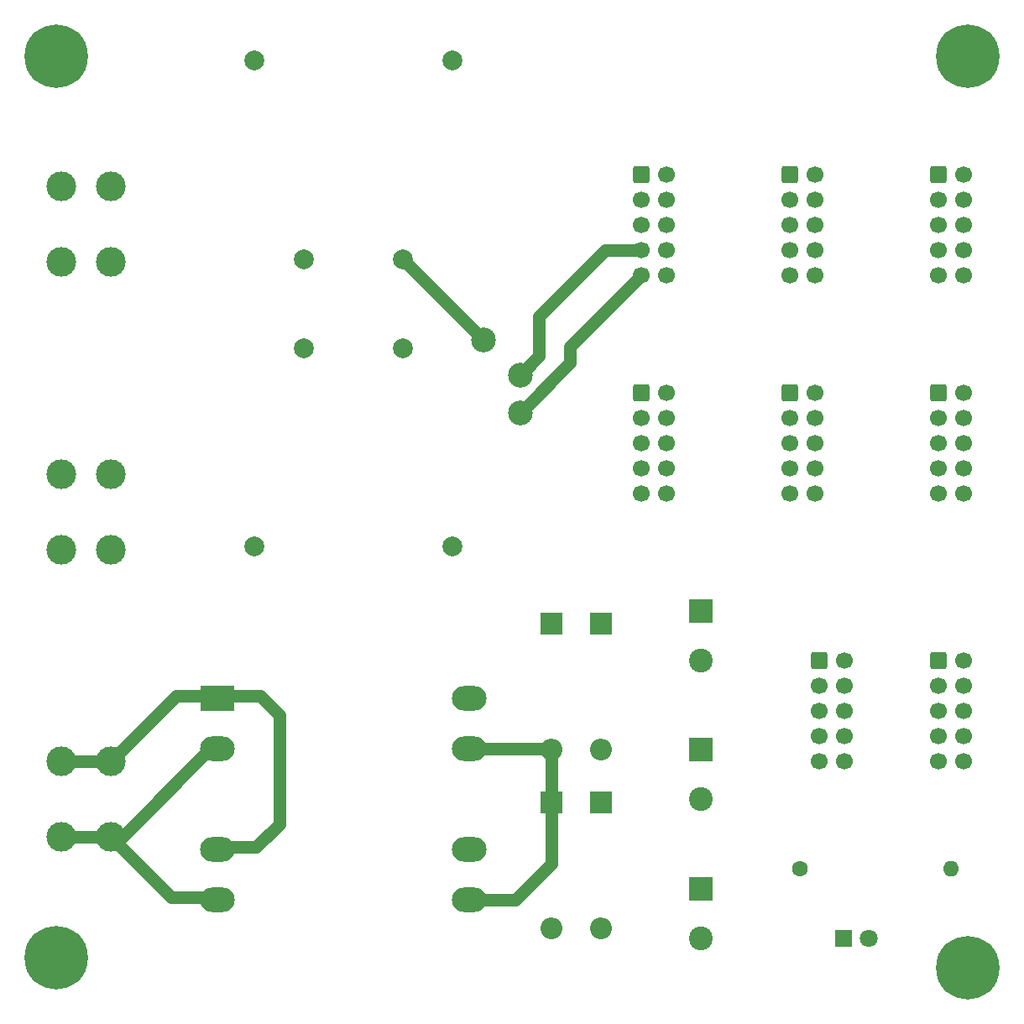
<source format=gbr>
%TF.GenerationSoftware,KiCad,Pcbnew,(6.0.1)*%
%TF.CreationDate,2023-02-05T18:59:54-08:00*%
%TF.ProjectId,Energy Monitor - Transformer PCB R2,456e6572-6779-4204-9d6f-6e69746f7220,rev?*%
%TF.SameCoordinates,Original*%
%TF.FileFunction,Copper,L1,Top*%
%TF.FilePolarity,Positive*%
%FSLAX46Y46*%
G04 Gerber Fmt 4.6, Leading zero omitted, Abs format (unit mm)*
G04 Created by KiCad (PCBNEW (6.0.1)) date 2023-02-05 18:59:54*
%MOMM*%
%LPD*%
G01*
G04 APERTURE LIST*
G04 Aperture macros list*
%AMRoundRect*
0 Rectangle with rounded corners*
0 $1 Rounding radius*
0 $2 $3 $4 $5 $6 $7 $8 $9 X,Y pos of 4 corners*
0 Add a 4 corners polygon primitive as box body*
4,1,4,$2,$3,$4,$5,$6,$7,$8,$9,$2,$3,0*
0 Add four circle primitives for the rounded corners*
1,1,$1+$1,$2,$3*
1,1,$1+$1,$4,$5*
1,1,$1+$1,$6,$7*
1,1,$1+$1,$8,$9*
0 Add four rect primitives between the rounded corners*
20,1,$1+$1,$2,$3,$4,$5,0*
20,1,$1+$1,$4,$5,$6,$7,0*
20,1,$1+$1,$6,$7,$8,$9,0*
20,1,$1+$1,$8,$9,$2,$3,0*%
G04 Aperture macros list end*
%TA.AperFunction,ComponentPad*%
%ADD10RoundRect,1.250000X-0.500000X0.000000X0.500000X0.000000X0.500000X0.000000X-0.500000X0.000000X0*%
%TD*%
%TA.AperFunction,ComponentPad*%
%ADD11R,3.500000X2.500000*%
%TD*%
%TA.AperFunction,ComponentPad*%
%ADD12C,2.000000*%
%TD*%
%TA.AperFunction,ComponentPad*%
%ADD13O,2.200000X2.200000*%
%TD*%
%TA.AperFunction,ComponentPad*%
%ADD14R,2.200000X2.200000*%
%TD*%
%TA.AperFunction,ComponentPad*%
%ADD15C,2.400000*%
%TD*%
%TA.AperFunction,ComponentPad*%
%ADD16R,2.400000X2.400000*%
%TD*%
%TA.AperFunction,ComponentPad*%
%ADD17C,1.700000*%
%TD*%
%TA.AperFunction,ComponentPad*%
%ADD18RoundRect,0.250000X-0.600000X-0.600000X0.600000X-0.600000X0.600000X0.600000X-0.600000X0.600000X0*%
%TD*%
%TA.AperFunction,ComponentPad*%
%ADD19O,1.600000X1.600000*%
%TD*%
%TA.AperFunction,ComponentPad*%
%ADD20C,1.600000*%
%TD*%
%TA.AperFunction,ComponentPad*%
%ADD21C,1.800000*%
%TD*%
%TA.AperFunction,ComponentPad*%
%ADD22R,1.800000X1.800000*%
%TD*%
%TA.AperFunction,ComponentPad*%
%ADD23C,0.800000*%
%TD*%
%TA.AperFunction,ComponentPad*%
%ADD24C,6.400000*%
%TD*%
%TA.AperFunction,ComponentPad*%
%ADD25C,3.000000*%
%TD*%
%TA.AperFunction,ViaPad*%
%ADD26C,2.500000*%
%TD*%
%TA.AperFunction,Conductor*%
%ADD27C,1.270000*%
%TD*%
G04 APERTURE END LIST*
D10*
%TO.P,T3,8*%
%TO.N,Net-(D1-Pad2)*%
X95700000Y-139160000D03*
%TO.P,T3,7*%
%TO.N,Net-(D2-Pad2)*%
X95700000Y-134080000D03*
%TO.P,T3,6*%
%TO.N,Net-(D1-Pad2)*%
X95700000Y-123920000D03*
%TO.P,T3,5*%
%TO.N,Net-(D2-Pad2)*%
X95700000Y-118840000D03*
%TO.P,T3,4*%
%TO.N,Net-(J3-Pad2)*%
X70300000Y-139160000D03*
%TO.P,T3,3*%
%TO.N,Net-(J3-Pad1)*%
X70300000Y-134080000D03*
%TO.P,T3,2*%
%TO.N,Net-(J3-Pad2)*%
X70300000Y-123920000D03*
D11*
%TO.P,T3,1*%
%TO.N,Net-(J3-Pad1)*%
X70300000Y-118840000D03*
%TD*%
D12*
%TO.P,T2,9*%
%TO.N,Net-(J4-Pad10)*%
X79000000Y-83500000D03*
%TO.P,T2,7*%
%TO.N,Net-(J4-Pad7)*%
X89000000Y-83500000D03*
%TO.P,T2,5*%
%TO.N,Net-(J2-Pad1)*%
X94000000Y-103500000D03*
%TO.P,T2,1*%
%TO.N,Net-(J2-Pad2)*%
X74000000Y-103500000D03*
%TD*%
D13*
%TO.P,D2,2*%
%TO.N,Net-(D2-Pad2)*%
X109000000Y-124000000D03*
D14*
%TO.P,D2,1*%
%TO.N,+9V*%
X109000000Y-111300000D03*
%TD*%
D12*
%TO.P,T1,9*%
%TO.N,Net-(J4-Pad3)*%
X89000000Y-74500000D03*
%TO.P,T1,7*%
%TO.N,Net-(J4-Pad1)*%
X79000000Y-74500000D03*
%TO.P,T1,5*%
%TO.N,Net-(J1-Pad1)*%
X74000000Y-54500000D03*
%TO.P,T1,1*%
%TO.N,Net-(J1-Pad2)*%
X94000000Y-54500000D03*
%TD*%
D15*
%TO.P,C3,2*%
%TO.N,GND*%
X119000000Y-129000000D03*
D16*
%TO.P,C3,1*%
%TO.N,+9V*%
X119000000Y-124000000D03*
%TD*%
D17*
%TO.P,J11,10*%
%TO.N,GND*%
X133540000Y-125160000D03*
%TO.P,J11,8*%
X133540000Y-122620000D03*
%TO.P,J11,6*%
X133540000Y-120080000D03*
%TO.P,J11,4*%
X133540000Y-117540000D03*
%TO.P,J11,2*%
%TO.N,Net-(J11-Pad2)*%
X133540000Y-115000000D03*
%TO.P,J11,9*%
%TO.N,Net-(J11-Pad9)*%
X131000000Y-125160000D03*
%TO.P,J11,7*%
%TO.N,+9V*%
X131000000Y-122620000D03*
%TO.P,J11,5*%
X131000000Y-120080000D03*
%TO.P,J11,3*%
X131000000Y-117540000D03*
D18*
%TO.P,J11,1*%
X131000000Y-115000000D03*
%TD*%
D19*
%TO.P,R1,2*%
%TO.N,Net-(D5-Pad2)*%
X144240000Y-136000000D03*
D20*
%TO.P,R1,1*%
%TO.N,+9V*%
X129000000Y-136000000D03*
%TD*%
D21*
%TO.P,D5,2*%
%TO.N,Net-(D5-Pad2)*%
X136000000Y-143000000D03*
D22*
%TO.P,D5,1*%
%TO.N,GND*%
X133460000Y-143000000D03*
%TD*%
D17*
%TO.P,J9,10*%
%TO.N,Net-(J4-Pad10)*%
X115540000Y-98160000D03*
%TO.P,J9,8*%
%TO.N,Net-(J4-Pad7)*%
X115540000Y-95620000D03*
%TO.P,J9,6*%
%TO.N,Net-(J9-Pad6)*%
X115540000Y-93080000D03*
%TO.P,J9,4*%
%TO.N,Net-(J4-Pad3)*%
X115540000Y-90540000D03*
%TO.P,J9,2*%
%TO.N,Net-(J4-Pad1)*%
X115540000Y-88000000D03*
%TO.P,J9,9*%
%TO.N,Net-(J4-Pad10)*%
X113000000Y-98160000D03*
%TO.P,J9,7*%
%TO.N,Net-(J4-Pad7)*%
X113000000Y-95620000D03*
%TO.P,J9,5*%
%TO.N,Net-(J9-Pad5)*%
X113000000Y-93080000D03*
%TO.P,J9,3*%
%TO.N,Net-(J4-Pad3)*%
X113000000Y-90540000D03*
D18*
%TO.P,J9,1*%
%TO.N,Net-(J4-Pad1)*%
X113000000Y-88000000D03*
%TD*%
D23*
%TO.P,H4,1*%
%TO.N,N/C*%
X147697056Y-52302944D03*
X146000000Y-51600000D03*
X144302944Y-52302944D03*
X143600000Y-54000000D03*
X144302944Y-55697056D03*
X146000000Y-56400000D03*
X147697056Y-55697056D03*
X148400000Y-54000000D03*
D24*
X146000000Y-54000000D03*
%TD*%
D23*
%TO.P,H3,1*%
%TO.N,N/C*%
X55697056Y-143302944D03*
X54000000Y-142600000D03*
X52302944Y-143302944D03*
X51600000Y-145000000D03*
X52302944Y-146697056D03*
X54000000Y-147400000D03*
X55697056Y-146697056D03*
X56400000Y-145000000D03*
D24*
X54000000Y-145000000D03*
%TD*%
D23*
%TO.P,H2,1*%
%TO.N,N/C*%
X147697056Y-144302944D03*
X146000000Y-143600000D03*
X144302944Y-144302944D03*
X143600000Y-146000000D03*
X144302944Y-147697056D03*
X146000000Y-148400000D03*
X147697056Y-147697056D03*
X148400000Y-146000000D03*
D24*
X146000000Y-146000000D03*
%TD*%
D23*
%TO.P,H1,1*%
%TO.N,N/C*%
X55697056Y-52302944D03*
X54000000Y-51600000D03*
X52302944Y-52302944D03*
X51600000Y-54000000D03*
X52302944Y-55697056D03*
X54000000Y-56400000D03*
X55697056Y-55697056D03*
X56400000Y-54000000D03*
D24*
X54000000Y-54000000D03*
%TD*%
D17*
%TO.P,J8,10*%
%TO.N,Net-(J4-Pad10)*%
X145540000Y-76160000D03*
%TO.P,J8,8*%
%TO.N,Net-(J4-Pad7)*%
X145540000Y-73620000D03*
%TO.P,J8,6*%
%TO.N,Net-(J8-Pad6)*%
X145540000Y-71080000D03*
%TO.P,J8,4*%
%TO.N,Net-(J4-Pad3)*%
X145540000Y-68540000D03*
%TO.P,J8,2*%
%TO.N,Net-(J4-Pad1)*%
X145540000Y-66000000D03*
%TO.P,J8,9*%
%TO.N,Net-(J4-Pad10)*%
X143000000Y-76160000D03*
%TO.P,J8,7*%
%TO.N,Net-(J4-Pad7)*%
X143000000Y-73620000D03*
%TO.P,J8,5*%
%TO.N,Net-(J8-Pad5)*%
X143000000Y-71080000D03*
%TO.P,J8,3*%
%TO.N,Net-(J4-Pad3)*%
X143000000Y-68540000D03*
D18*
%TO.P,J8,1*%
%TO.N,Net-(J4-Pad1)*%
X143000000Y-66000000D03*
%TD*%
D17*
%TO.P,J7,10*%
%TO.N,Net-(J4-Pad10)*%
X130540000Y-76160000D03*
%TO.P,J7,8*%
%TO.N,Net-(J4-Pad7)*%
X130540000Y-73620000D03*
%TO.P,J7,6*%
%TO.N,Net-(J7-Pad6)*%
X130540000Y-71080000D03*
%TO.P,J7,4*%
%TO.N,Net-(J4-Pad3)*%
X130540000Y-68540000D03*
%TO.P,J7,2*%
%TO.N,Net-(J4-Pad1)*%
X130540000Y-66000000D03*
%TO.P,J7,9*%
%TO.N,Net-(J4-Pad10)*%
X128000000Y-76160000D03*
%TO.P,J7,7*%
%TO.N,Net-(J4-Pad7)*%
X128000000Y-73620000D03*
%TO.P,J7,5*%
%TO.N,Net-(J7-Pad5)*%
X128000000Y-71080000D03*
%TO.P,J7,3*%
%TO.N,Net-(J4-Pad3)*%
X128000000Y-68540000D03*
D18*
%TO.P,J7,1*%
%TO.N,Net-(J4-Pad1)*%
X128000000Y-66000000D03*
%TD*%
D17*
%TO.P,J6,10*%
%TO.N,Net-(J4-Pad10)*%
X145540000Y-98160000D03*
%TO.P,J6,8*%
%TO.N,Net-(J4-Pad7)*%
X145540000Y-95620000D03*
%TO.P,J6,6*%
%TO.N,Net-(J6-Pad6)*%
X145540000Y-93080000D03*
%TO.P,J6,4*%
%TO.N,Net-(J4-Pad3)*%
X145540000Y-90540000D03*
%TO.P,J6,2*%
%TO.N,Net-(J4-Pad1)*%
X145540000Y-88000000D03*
%TO.P,J6,9*%
%TO.N,Net-(J4-Pad10)*%
X143000000Y-98160000D03*
%TO.P,J6,7*%
%TO.N,Net-(J4-Pad7)*%
X143000000Y-95620000D03*
%TO.P,J6,5*%
%TO.N,Net-(J6-Pad5)*%
X143000000Y-93080000D03*
%TO.P,J6,3*%
%TO.N,Net-(J4-Pad3)*%
X143000000Y-90540000D03*
D18*
%TO.P,J6,1*%
%TO.N,Net-(J4-Pad1)*%
X143000000Y-88000000D03*
%TD*%
D17*
%TO.P,J10,10*%
%TO.N,GND*%
X145540000Y-125160000D03*
%TO.P,J10,8*%
X145540000Y-122620000D03*
%TO.P,J10,6*%
X145540000Y-120080000D03*
%TO.P,J10,4*%
X145540000Y-117540000D03*
%TO.P,J10,2*%
%TO.N,Net-(J10-Pad2)*%
X145540000Y-115000000D03*
%TO.P,J10,9*%
%TO.N,Net-(J10-Pad9)*%
X143000000Y-125160000D03*
%TO.P,J10,7*%
%TO.N,+9V*%
X143000000Y-122620000D03*
%TO.P,J10,5*%
X143000000Y-120080000D03*
%TO.P,J10,3*%
X143000000Y-117540000D03*
D18*
%TO.P,J10,1*%
X143000000Y-115000000D03*
%TD*%
D17*
%TO.P,J5,10*%
%TO.N,Net-(J4-Pad10)*%
X130540000Y-98160000D03*
%TO.P,J5,8*%
%TO.N,Net-(J4-Pad7)*%
X130540000Y-95620000D03*
%TO.P,J5,6*%
%TO.N,Net-(J5-Pad6)*%
X130540000Y-93080000D03*
%TO.P,J5,4*%
%TO.N,Net-(J4-Pad3)*%
X130540000Y-90540000D03*
%TO.P,J5,2*%
%TO.N,Net-(J4-Pad1)*%
X130540000Y-88000000D03*
%TO.P,J5,9*%
%TO.N,Net-(J4-Pad10)*%
X128000000Y-98160000D03*
%TO.P,J5,7*%
%TO.N,Net-(J4-Pad7)*%
X128000000Y-95620000D03*
%TO.P,J5,5*%
%TO.N,Net-(J5-Pad5)*%
X128000000Y-93080000D03*
%TO.P,J5,3*%
%TO.N,Net-(J4-Pad3)*%
X128000000Y-90540000D03*
D18*
%TO.P,J5,1*%
%TO.N,Net-(J4-Pad1)*%
X128000000Y-88000000D03*
%TD*%
D17*
%TO.P,J4,10*%
%TO.N,Net-(J4-Pad10)*%
X115540000Y-76160000D03*
%TO.P,J4,8*%
%TO.N,Net-(J4-Pad7)*%
X115540000Y-73620000D03*
%TO.P,J4,6*%
%TO.N,Net-(J4-Pad6)*%
X115540000Y-71080000D03*
%TO.P,J4,4*%
%TO.N,Net-(J4-Pad3)*%
X115540000Y-68540000D03*
%TO.P,J4,2*%
%TO.N,Net-(J4-Pad1)*%
X115540000Y-66000000D03*
%TO.P,J4,9*%
%TO.N,Net-(J4-Pad10)*%
X113000000Y-76160000D03*
%TO.P,J4,7*%
%TO.N,Net-(J4-Pad7)*%
X113000000Y-73620000D03*
%TO.P,J4,5*%
%TO.N,Net-(J4-Pad5)*%
X113000000Y-71080000D03*
%TO.P,J4,3*%
%TO.N,Net-(J4-Pad3)*%
X113000000Y-68540000D03*
D18*
%TO.P,J4,1*%
%TO.N,Net-(J4-Pad1)*%
X113000000Y-66000000D03*
%TD*%
D13*
%TO.P,D4,2*%
%TO.N,GND*%
X104000000Y-142000000D03*
D14*
%TO.P,D4,1*%
%TO.N,Net-(D1-Pad2)*%
X104000000Y-129300000D03*
%TD*%
D13*
%TO.P,D3,2*%
%TO.N,GND*%
X109000000Y-142000000D03*
D14*
%TO.P,D3,1*%
%TO.N,Net-(D2-Pad2)*%
X109000000Y-129300000D03*
%TD*%
D13*
%TO.P,D1,2*%
%TO.N,Net-(D1-Pad2)*%
X104000000Y-124000000D03*
D14*
%TO.P,D1,1*%
%TO.N,+9V*%
X104000000Y-111300000D03*
%TD*%
D15*
%TO.P,C2,2*%
%TO.N,GND*%
X119000000Y-143000000D03*
D16*
%TO.P,C2,1*%
%TO.N,+9V*%
X119000000Y-138000000D03*
%TD*%
D15*
%TO.P,C1,2*%
%TO.N,GND*%
X119000000Y-115000000D03*
D16*
%TO.P,C1,1*%
%TO.N,+9V*%
X119000000Y-110000000D03*
%TD*%
D25*
%TO.P,J3,2*%
%TO.N,Net-(J3-Pad2)*%
X59500000Y-132810000D03*
X54500000Y-132810000D03*
%TO.P,J3,1*%
%TO.N,Net-(J3-Pad1)*%
X59500000Y-125190000D03*
X54500000Y-125190000D03*
%TD*%
%TO.P,J2,2*%
%TO.N,Net-(J2-Pad2)*%
X59500000Y-103810000D03*
X54500000Y-103810000D03*
%TO.P,J2,1*%
%TO.N,Net-(J2-Pad1)*%
X59500000Y-96190000D03*
X54500000Y-96190000D03*
%TD*%
%TO.P,J1,2*%
%TO.N,Net-(J1-Pad2)*%
X59500000Y-74810000D03*
X54500000Y-74810000D03*
%TO.P,J1,1*%
%TO.N,Net-(J1-Pad1)*%
X59500000Y-67190000D03*
X54500000Y-67190000D03*
%TD*%
D26*
%TO.N,Net-(J4-Pad3)*%
X97117000Y-82639000D03*
%TO.N,Net-(J4-Pad7)*%
X100800000Y-86195000D03*
%TO.N,Net-(J4-Pad10)*%
X100800000Y-90005000D03*
%TD*%
D27*
%TO.N,Net-(J3-Pad2)*%
X54500000Y-132810000D02*
X59500000Y-132810000D01*
X65600000Y-138910000D02*
X59500000Y-132810000D01*
X69800000Y-138910000D02*
X65600000Y-138910000D01*
X60660000Y-132810000D02*
X59500000Y-132810000D01*
X69800000Y-123670000D02*
X60660000Y-132810000D01*
%TO.N,Net-(J3-Pad1)*%
X54500000Y-125190000D02*
X59500000Y-125190000D01*
X66100000Y-118590000D02*
X59500000Y-125190000D01*
X74590000Y-118590000D02*
X66100000Y-118590000D01*
X69800000Y-133830000D02*
X74170000Y-133830000D01*
X76500000Y-131500000D02*
X76500000Y-120500000D01*
X74170000Y-133830000D02*
X76500000Y-131500000D01*
X76500000Y-120500000D02*
X74590000Y-118590000D01*
%TO.N,Net-(J4-Pad3)*%
X95867001Y-81389001D02*
X97117000Y-82639000D01*
X94000000Y-79522000D02*
X95867001Y-81389001D01*
X97117000Y-82617000D02*
X89000000Y-74500000D01*
X97117000Y-82639000D02*
X97117000Y-82617000D01*
%TO.N,Net-(J4-Pad7)*%
X109380000Y-73620000D02*
X113000000Y-73620000D01*
X100800000Y-86195000D02*
X102705000Y-84290000D01*
X102705000Y-80295000D02*
X104835000Y-78165000D01*
X102705000Y-84290000D02*
X102705000Y-80295000D01*
X104835000Y-78165000D02*
X109380000Y-73620000D01*
%TO.N,Net-(J4-Pad10)*%
X105840000Y-83320000D02*
X113000000Y-76160000D01*
X105840000Y-84965000D02*
X105840000Y-83320000D01*
X100800000Y-90005000D02*
X105840000Y-84965000D01*
%TO.N,Net-(D1-Pad2)*%
X104000000Y-129300000D02*
X104000000Y-124000000D01*
X103920000Y-123920000D02*
X104000000Y-124000000D01*
X95700000Y-123920000D02*
X103920000Y-123920000D01*
X95700000Y-139160000D02*
X100340000Y-139160000D01*
X104000000Y-135500000D02*
X104000000Y-129300000D01*
X100340000Y-139160000D02*
X104000000Y-135500000D01*
%TD*%
M02*

</source>
